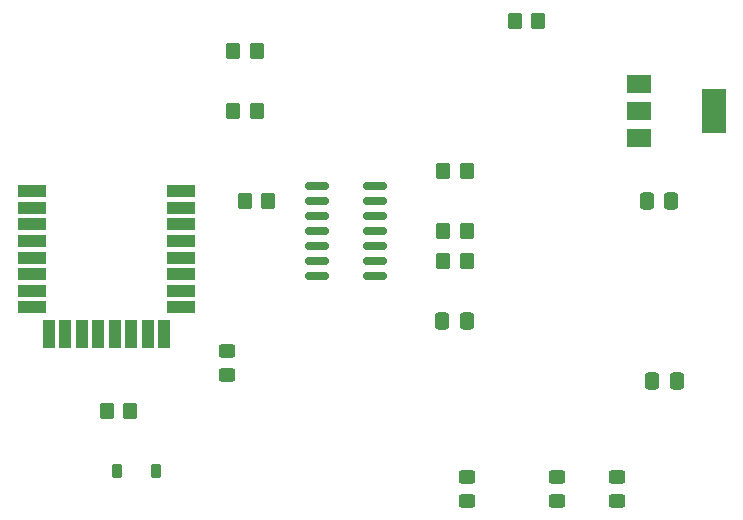
<source format=gtp>
G04 #@! TF.GenerationSoftware,KiCad,Pcbnew,7.0.10*
G04 #@! TF.CreationDate,2024-03-26T17:49:21-05:00*
G04 #@! TF.ProjectId,key,6b65792e-6b69-4636-9164-5f7063625858,rev?*
G04 #@! TF.SameCoordinates,Original*
G04 #@! TF.FileFunction,Paste,Top*
G04 #@! TF.FilePolarity,Positive*
%FSLAX46Y46*%
G04 Gerber Fmt 4.6, Leading zero omitted, Abs format (unit mm)*
G04 Created by KiCad (PCBNEW 7.0.10) date 2024-03-26 17:49:21*
%MOMM*%
%LPD*%
G01*
G04 APERTURE LIST*
G04 Aperture macros list*
%AMRoundRect*
0 Rectangle with rounded corners*
0 $1 Rounding radius*
0 $2 $3 $4 $5 $6 $7 $8 $9 X,Y pos of 4 corners*
0 Add a 4 corners polygon primitive as box body*
4,1,4,$2,$3,$4,$5,$6,$7,$8,$9,$2,$3,0*
0 Add four circle primitives for the rounded corners*
1,1,$1+$1,$2,$3*
1,1,$1+$1,$4,$5*
1,1,$1+$1,$6,$7*
1,1,$1+$1,$8,$9*
0 Add four rect primitives between the rounded corners*
20,1,$1+$1,$2,$3,$4,$5,0*
20,1,$1+$1,$4,$5,$6,$7,0*
20,1,$1+$1,$6,$7,$8,$9,0*
20,1,$1+$1,$8,$9,$2,$3,0*%
G04 Aperture macros list end*
%ADD10RoundRect,0.250000X-0.450000X0.325000X-0.450000X-0.325000X0.450000X-0.325000X0.450000X0.325000X0*%
%ADD11RoundRect,0.250000X-0.337500X-0.475000X0.337500X-0.475000X0.337500X0.475000X-0.337500X0.475000X0*%
%ADD12RoundRect,0.250000X0.350000X0.450000X-0.350000X0.450000X-0.350000X-0.450000X0.350000X-0.450000X0*%
%ADD13R,2.000000X1.500000*%
%ADD14R,2.000000X3.800000*%
%ADD15RoundRect,0.250000X0.450000X-0.325000X0.450000X0.325000X-0.450000X0.325000X-0.450000X-0.325000X0*%
%ADD16RoundRect,0.250000X-0.350000X-0.450000X0.350000X-0.450000X0.350000X0.450000X-0.350000X0.450000X0*%
%ADD17R,2.450000X1.000000*%
%ADD18R,1.000000X2.450000*%
%ADD19RoundRect,0.150000X-0.825000X-0.150000X0.825000X-0.150000X0.825000X0.150000X-0.825000X0.150000X0*%
%ADD20RoundRect,0.225000X-0.225000X-0.375000X0.225000X-0.375000X0.225000X0.375000X-0.225000X0.375000X0*%
G04 APERTURE END LIST*
D10*
G04 #@! TO.C,D5*
X119380000Y-78740000D03*
X119380000Y-80790000D03*
G04 #@! TD*
D11*
G04 #@! TO.C,C2*
X155405000Y-81280000D03*
X157480000Y-81280000D03*
G04 #@! TD*
D12*
G04 #@! TO.C,R2*
X139700000Y-71120000D03*
X137700000Y-71120000D03*
G04 #@! TD*
D13*
G04 #@! TO.C,U3*
X154330000Y-56120000D03*
X154330000Y-58420000D03*
D14*
X160630000Y-58420000D03*
D13*
X154330000Y-60720000D03*
G04 #@! TD*
D15*
G04 #@! TO.C,D2*
X152400000Y-91440000D03*
X152400000Y-89390000D03*
G04 #@! TD*
G04 #@! TO.C,D3*
X147320000Y-91440000D03*
X147320000Y-89390000D03*
G04 #@! TD*
D12*
G04 #@! TO.C,R1*
X122920000Y-66040000D03*
X120920000Y-66040000D03*
G04 #@! TD*
D16*
G04 #@! TO.C,R4*
X109220000Y-83820000D03*
X111220000Y-83820000D03*
G04 #@! TD*
D17*
G04 #@! TO.C,DWM1*
X102920000Y-65241200D03*
X102920000Y-66641200D03*
X102920000Y-68041200D03*
X102920000Y-69441200D03*
X102920000Y-70841200D03*
X102920000Y-72241200D03*
X102920000Y-73641200D03*
X102920000Y-75041200D03*
D18*
X104320000Y-77336200D03*
X105720000Y-77336200D03*
X107120000Y-77336200D03*
X108520000Y-77336200D03*
X109920000Y-77336200D03*
X111320000Y-77336200D03*
X112720000Y-77336200D03*
X114120000Y-77336200D03*
D17*
X115520000Y-75040000D03*
X115520000Y-73640000D03*
X115520000Y-72241200D03*
X115520000Y-70841200D03*
X115520000Y-69441200D03*
X115520000Y-68041200D03*
X115520000Y-66641200D03*
X115520000Y-65241200D03*
G04 #@! TD*
D16*
G04 #@! TO.C,R3*
X137700000Y-68580000D03*
X139700000Y-68580000D03*
G04 #@! TD*
G04 #@! TO.C,Gate-bias1*
X143780000Y-50800000D03*
X145780000Y-50800000D03*
G04 #@! TD*
D19*
G04 #@! TO.C,U4*
X127000000Y-64770000D03*
X127000000Y-66040000D03*
X127000000Y-67310000D03*
X127000000Y-68580000D03*
X127000000Y-69850000D03*
X127000000Y-71120000D03*
X127000000Y-72390000D03*
X131950000Y-72390000D03*
X131950000Y-71120000D03*
X131950000Y-69850000D03*
X131950000Y-68580000D03*
X131950000Y-67310000D03*
X131950000Y-66040000D03*
X131950000Y-64770000D03*
G04 #@! TD*
D16*
G04 #@! TO.C,Pulldown1*
X137700000Y-63500000D03*
X139700000Y-63500000D03*
G04 #@! TD*
D11*
G04 #@! TO.C,C1*
X154940000Y-66040000D03*
X157015000Y-66040000D03*
G04 #@! TD*
G04 #@! TO.C,C3*
X137625000Y-76200000D03*
X139700000Y-76200000D03*
G04 #@! TD*
D20*
G04 #@! TO.C,D1*
X110110000Y-88900000D03*
X113410000Y-88900000D03*
G04 #@! TD*
D16*
G04 #@! TO.C,PressureSensor1*
X119920000Y-53340000D03*
X121920000Y-53340000D03*
G04 #@! TD*
G04 #@! TO.C,RM1*
X119920000Y-58420000D03*
X121920000Y-58420000D03*
G04 #@! TD*
D15*
G04 #@! TO.C,D4*
X139700000Y-91440000D03*
X139700000Y-89390000D03*
G04 #@! TD*
M02*

</source>
